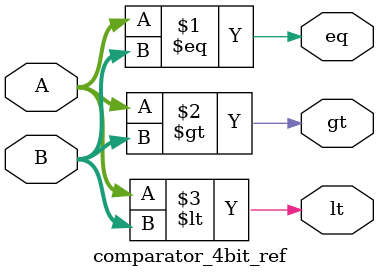
<source format=v>
module comparator_4bit_ref (
    input [3:0] A,        // First 2-bit input operand
    input [3:0] B,        // Second 2-bit input operand
    output gt,     // Output indicating A > B
    output eq,       // Output indicating A == B
    output lt         // Output indicating A < B
);

    // Combinational logic for comparison
    assign eq = (A == B);           // A equals B
    assign gt = (A > B);          // A greater than B
    assign lt = (A < B);             // A less than B

endmodule
</source>
